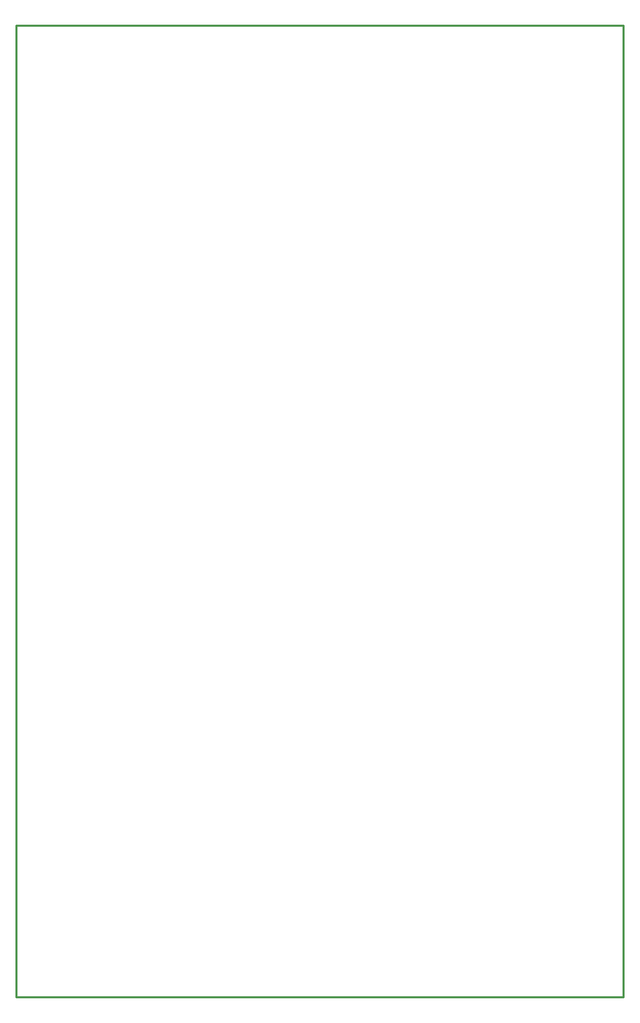
<source format=gm1>
G04 #@! TF.GenerationSoftware,KiCad,Pcbnew,7.0.5*
G04 #@! TF.CreationDate,2023-06-10T14:41:30+02:00*
G04 #@! TF.ProjectId,EinTaktReset,45696e54-616b-4745-9265-7365742e6b69,rev?*
G04 #@! TF.SameCoordinates,Original*
G04 #@! TF.FileFunction,Profile,NP*
%FSLAX46Y46*%
G04 Gerber Fmt 4.6, Leading zero omitted, Abs format (unit mm)*
G04 Created by KiCad (PCBNEW 7.0.5) date 2023-06-10 14:41:30*
%MOMM*%
%LPD*%
G01*
G04 APERTURE LIST*
G04 #@! TA.AperFunction,Profile*
%ADD10C,0.380000*%
G04 #@! TD*
G04 APERTURE END LIST*
D10*
X38100000Y-22860000D02*
X138100000Y-22860000D01*
X38100000Y-182860000D02*
X38100000Y-22860000D01*
X38100000Y-182860000D02*
X138100000Y-182860000D01*
X138100000Y-22860000D02*
X138100000Y-182860000D01*
M02*

</source>
